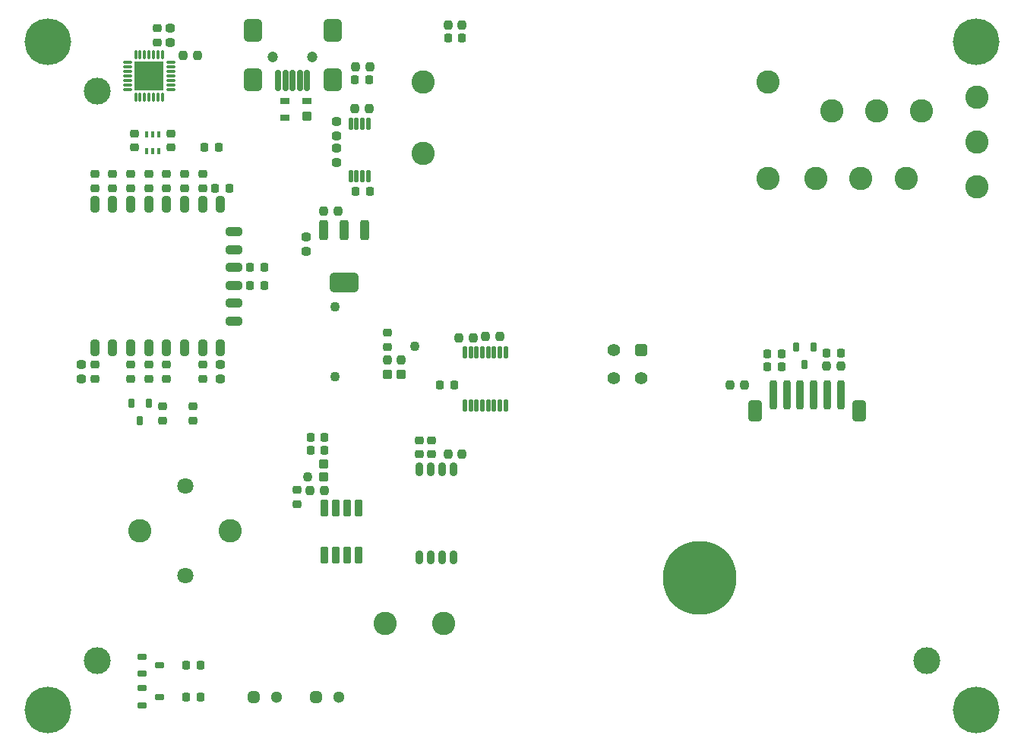
<source format=gts>
G04*
G04 #@! TF.GenerationSoftware,Altium Limited,Altium Designer,20.0.13 (296)*
G04*
G04 Layer_Color=8388736*
%FSAX44Y44*%
%MOMM*%
G71*
G01*
G75*
G04:AMPARAMS|DCode=38|XSize=1.05mm|YSize=0.95mm|CornerRadius=0.2625mm|HoleSize=0mm|Usage=FLASHONLY|Rotation=90.000|XOffset=0mm|YOffset=0mm|HoleType=Round|Shape=RoundedRectangle|*
%AMROUNDEDRECTD38*
21,1,1.0500,0.4250,0,0,90.0*
21,1,0.5250,0.9500,0,0,90.0*
1,1,0.5250,0.2125,0.2625*
1,1,0.5250,0.2125,-0.2625*
1,1,0.5250,-0.2125,-0.2625*
1,1,0.5250,-0.2125,0.2625*
%
%ADD38ROUNDEDRECTD38*%
G04:AMPARAMS|DCode=39|XSize=0.95mm|YSize=0.9mm|CornerRadius=0.25mm|HoleSize=0mm|Usage=FLASHONLY|Rotation=270.000|XOffset=0mm|YOffset=0mm|HoleType=Round|Shape=RoundedRectangle|*
%AMROUNDEDRECTD39*
21,1,0.9500,0.4000,0,0,270.0*
21,1,0.4500,0.9000,0,0,270.0*
1,1,0.5000,-0.2000,-0.2250*
1,1,0.5000,-0.2000,0.2250*
1,1,0.5000,0.2000,0.2250*
1,1,0.5000,0.2000,-0.2250*
%
%ADD39ROUNDEDRECTD39*%
G04:AMPARAMS|DCode=40|XSize=1.04mm|YSize=1.08mm|CornerRadius=0.285mm|HoleSize=0mm|Usage=FLASHONLY|Rotation=90.000|XOffset=0mm|YOffset=0mm|HoleType=Round|Shape=RoundedRectangle|*
%AMROUNDEDRECTD40*
21,1,1.0400,0.5100,0,0,90.0*
21,1,0.4700,1.0800,0,0,90.0*
1,1,0.5700,0.2550,0.2350*
1,1,0.5700,0.2550,-0.2350*
1,1,0.5700,-0.2550,-0.2350*
1,1,0.5700,-0.2550,0.2350*
%
%ADD40ROUNDEDRECTD40*%
G04:AMPARAMS|DCode=41|XSize=1.6mm|YSize=2.4mm|CornerRadius=0.425mm|HoleSize=0mm|Usage=FLASHONLY|Rotation=180.000|XOffset=0mm|YOffset=0mm|HoleType=Round|Shape=RoundedRectangle|*
%AMROUNDEDRECTD41*
21,1,1.6000,1.5500,0,0,180.0*
21,1,0.7500,2.4000,0,0,180.0*
1,1,0.8500,-0.3750,0.7750*
1,1,0.8500,0.3750,0.7750*
1,1,0.8500,0.3750,-0.7750*
1,1,0.8500,-0.3750,-0.7750*
%
%ADD41ROUNDEDRECTD41*%
G04:AMPARAMS|DCode=42|XSize=0.8mm|YSize=3.3mm|CornerRadius=0.225mm|HoleSize=0mm|Usage=FLASHONLY|Rotation=180.000|XOffset=0mm|YOffset=0mm|HoleType=Round|Shape=RoundedRectangle|*
%AMROUNDEDRECTD42*
21,1,0.8000,2.8500,0,0,180.0*
21,1,0.3500,3.3000,0,0,180.0*
1,1,0.4500,-0.1750,1.4250*
1,1,0.4500,0.1750,1.4250*
1,1,0.4500,0.1750,-1.4250*
1,1,0.4500,-0.1750,-1.4250*
%
%ADD42ROUNDEDRECTD42*%
G04:AMPARAMS|DCode=43|XSize=2.1mm|YSize=2.6mm|CornerRadius=0.55mm|HoleSize=0mm|Usage=FLASHONLY|Rotation=180.000|XOffset=0mm|YOffset=0mm|HoleType=Round|Shape=RoundedRectangle|*
%AMROUNDEDRECTD43*
21,1,2.1000,1.5000,0,0,180.0*
21,1,1.0000,2.6000,0,0,180.0*
1,1,1.1000,-0.5000,0.7500*
1,1,1.1000,0.5000,0.7500*
1,1,1.1000,0.5000,-0.7500*
1,1,1.1000,-0.5000,-0.7500*
%
%ADD43ROUNDEDRECTD43*%
G04:AMPARAMS|DCode=44|XSize=0.6mm|YSize=2.4mm|CornerRadius=0.175mm|HoleSize=0mm|Usage=FLASHONLY|Rotation=180.000|XOffset=0mm|YOffset=0mm|HoleType=Round|Shape=RoundedRectangle|*
%AMROUNDEDRECTD44*
21,1,0.6000,2.0500,0,0,180.0*
21,1,0.2500,2.4000,0,0,180.0*
1,1,0.3500,-0.1250,1.0250*
1,1,0.3500,0.1250,1.0250*
1,1,0.3500,0.1250,-1.0250*
1,1,0.3500,-0.1250,-1.0250*
%
%ADD44ROUNDEDRECTD44*%
G04:AMPARAMS|DCode=45|XSize=0.7mm|YSize=1mm|CornerRadius=0.2mm|HoleSize=0mm|Usage=FLASHONLY|Rotation=90.000|XOffset=0mm|YOffset=0mm|HoleType=Round|Shape=RoundedRectangle|*
%AMROUNDEDRECTD45*
21,1,0.7000,0.6000,0,0,90.0*
21,1,0.3000,1.0000,0,0,90.0*
1,1,0.4000,0.3000,0.1500*
1,1,0.4000,0.3000,-0.1500*
1,1,0.4000,-0.3000,-0.1500*
1,1,0.4000,-0.3000,0.1500*
%
%ADD45ROUNDEDRECTD45*%
G04:AMPARAMS|DCode=46|XSize=0.7mm|YSize=1mm|CornerRadius=0.2mm|HoleSize=0mm|Usage=FLASHONLY|Rotation=0.000|XOffset=0mm|YOffset=0mm|HoleType=Round|Shape=RoundedRectangle|*
%AMROUNDEDRECTD46*
21,1,0.7000,0.6000,0,0,0.0*
21,1,0.3000,1.0000,0,0,0.0*
1,1,0.4000,0.1500,-0.3000*
1,1,0.4000,-0.1500,-0.3000*
1,1,0.4000,-0.1500,0.3000*
1,1,0.4000,0.1500,0.3000*
%
%ADD46ROUNDEDRECTD46*%
G04:AMPARAMS|DCode=47|XSize=0.4mm|YSize=0.76mm|CornerRadius=0.125mm|HoleSize=0mm|Usage=FLASHONLY|Rotation=180.000|XOffset=0mm|YOffset=0mm|HoleType=Round|Shape=RoundedRectangle|*
%AMROUNDEDRECTD47*
21,1,0.4000,0.5100,0,0,180.0*
21,1,0.1500,0.7600,0,0,180.0*
1,1,0.2500,-0.0750,0.2550*
1,1,0.2500,0.0750,0.2550*
1,1,0.2500,0.0750,-0.2550*
1,1,0.2500,-0.0750,-0.2550*
%
%ADD47ROUNDEDRECTD47*%
G04:AMPARAMS|DCode=48|XSize=1.1mm|YSize=1.1mm|CornerRadius=0.3mm|HoleSize=0mm|Usage=FLASHONLY|Rotation=270.000|XOffset=0mm|YOffset=0mm|HoleType=Round|Shape=RoundedRectangle|*
%AMROUNDEDRECTD48*
21,1,1.1000,0.5000,0,0,270.0*
21,1,0.5000,1.1000,0,0,270.0*
1,1,0.6000,-0.2500,-0.2500*
1,1,0.6000,-0.2500,0.2500*
1,1,0.6000,0.2500,0.2500*
1,1,0.6000,0.2500,-0.2500*
%
%ADD48ROUNDEDRECTD48*%
G04:AMPARAMS|DCode=49|XSize=0.7mm|YSize=1.1mm|CornerRadius=0.2mm|HoleSize=0mm|Usage=FLASHONLY|Rotation=270.000|XOffset=0mm|YOffset=0mm|HoleType=Round|Shape=RoundedRectangle|*
%AMROUNDEDRECTD49*
21,1,0.7000,0.7000,0,0,270.0*
21,1,0.3000,1.1000,0,0,270.0*
1,1,0.4000,-0.3500,-0.1500*
1,1,0.4000,-0.3500,0.1500*
1,1,0.4000,0.3500,0.1500*
1,1,0.4000,0.3500,-0.1500*
%
%ADD49ROUNDEDRECTD49*%
G04:AMPARAMS|DCode=50|XSize=0.95mm|YSize=0.9mm|CornerRadius=0.25mm|HoleSize=0mm|Usage=FLASHONLY|Rotation=0.000|XOffset=0mm|YOffset=0mm|HoleType=Round|Shape=RoundedRectangle|*
%AMROUNDEDRECTD50*
21,1,0.9500,0.4000,0,0,0.0*
21,1,0.4500,0.9000,0,0,0.0*
1,1,0.5000,0.2250,-0.2000*
1,1,0.5000,-0.2250,-0.2000*
1,1,0.5000,-0.2250,0.2000*
1,1,0.5000,0.2250,0.2000*
%
%ADD50ROUNDEDRECTD50*%
%ADD51C,1.1000*%
%ADD52C,3.0000*%
G04:AMPARAMS|DCode=53|XSize=1.04mm|YSize=1.08mm|CornerRadius=0.285mm|HoleSize=0mm|Usage=FLASHONLY|Rotation=180.000|XOffset=0mm|YOffset=0mm|HoleType=Round|Shape=RoundedRectangle|*
%AMROUNDEDRECTD53*
21,1,1.0400,0.5100,0,0,180.0*
21,1,0.4700,1.0800,0,0,180.0*
1,1,0.5700,-0.2350,0.2550*
1,1,0.5700,0.2350,0.2550*
1,1,0.5700,0.2350,-0.2550*
1,1,0.5700,-0.2350,-0.2550*
%
%ADD53ROUNDEDRECTD53*%
%ADD54R,3.2300X3.2300*%
G04:AMPARAMS|DCode=55|XSize=0.35mm|YSize=1mm|CornerRadius=0.1125mm|HoleSize=0mm|Usage=FLASHONLY|Rotation=180.000|XOffset=0mm|YOffset=0mm|HoleType=Round|Shape=RoundedRectangle|*
%AMROUNDEDRECTD55*
21,1,0.3500,0.7750,0,0,180.0*
21,1,0.1250,1.0000,0,0,180.0*
1,1,0.2250,-0.0625,0.3875*
1,1,0.2250,0.0625,0.3875*
1,1,0.2250,0.0625,-0.3875*
1,1,0.2250,-0.0625,-0.3875*
%
%ADD55ROUNDEDRECTD55*%
G04:AMPARAMS|DCode=56|XSize=0.35mm|YSize=1mm|CornerRadius=0.1125mm|HoleSize=0mm|Usage=FLASHONLY|Rotation=270.000|XOffset=0mm|YOffset=0mm|HoleType=Round|Shape=RoundedRectangle|*
%AMROUNDEDRECTD56*
21,1,0.3500,0.7750,0,0,270.0*
21,1,0.1250,1.0000,0,0,270.0*
1,1,0.2250,-0.3875,-0.0625*
1,1,0.2250,-0.3875,0.0625*
1,1,0.2250,0.3875,0.0625*
1,1,0.2250,0.3875,-0.0625*
%
%ADD56ROUNDEDRECTD56*%
G04:AMPARAMS|DCode=57|XSize=1.8mm|YSize=1mm|CornerRadius=0.275mm|HoleSize=0mm|Usage=FLASHONLY|Rotation=90.000|XOffset=0mm|YOffset=0mm|HoleType=Round|Shape=RoundedRectangle|*
%AMROUNDEDRECTD57*
21,1,1.8000,0.4500,0,0,90.0*
21,1,1.2500,1.0000,0,0,90.0*
1,1,0.5500,0.2250,0.6250*
1,1,0.5500,0.2250,-0.6250*
1,1,0.5500,-0.2250,-0.6250*
1,1,0.5500,-0.2250,0.6250*
%
%ADD57ROUNDEDRECTD57*%
G04:AMPARAMS|DCode=58|XSize=1.8mm|YSize=1mm|CornerRadius=0.275mm|HoleSize=0mm|Usage=FLASHONLY|Rotation=180.000|XOffset=0mm|YOffset=0mm|HoleType=Round|Shape=RoundedRectangle|*
%AMROUNDEDRECTD58*
21,1,1.8000,0.4500,0,0,180.0*
21,1,1.2500,1.0000,0,0,180.0*
1,1,0.5500,-0.6250,0.2250*
1,1,0.5500,0.6250,0.2250*
1,1,0.5500,0.6250,-0.2250*
1,1,0.5500,-0.6250,-0.2250*
%
%ADD58ROUNDEDRECTD58*%
G04:AMPARAMS|DCode=59|XSize=1.9mm|YSize=0.9mm|CornerRadius=0.25mm|HoleSize=0mm|Usage=FLASHONLY|Rotation=270.000|XOffset=0mm|YOffset=0mm|HoleType=Round|Shape=RoundedRectangle|*
%AMROUNDEDRECTD59*
21,1,1.9000,0.4000,0,0,270.0*
21,1,1.4000,0.9000,0,0,270.0*
1,1,0.5000,-0.2000,-0.7000*
1,1,0.5000,-0.2000,0.7000*
1,1,0.5000,0.2000,0.7000*
1,1,0.5000,0.2000,-0.7000*
%
%ADD59ROUNDEDRECTD59*%
G04:AMPARAMS|DCode=60|XSize=1.45mm|YSize=0.8mm|CornerRadius=0.225mm|HoleSize=0mm|Usage=FLASHONLY|Rotation=270.000|XOffset=0mm|YOffset=0mm|HoleType=Round|Shape=RoundedRectangle|*
%AMROUNDEDRECTD60*
21,1,1.4500,0.3500,0,0,270.0*
21,1,1.0000,0.8000,0,0,270.0*
1,1,0.4500,-0.1750,-0.5000*
1,1,0.4500,-0.1750,0.5000*
1,1,0.4500,0.1750,0.5000*
1,1,0.4500,0.1750,-0.5000*
%
%ADD60ROUNDEDRECTD60*%
G04:AMPARAMS|DCode=61|XSize=3.3mm|YSize=2.25mm|CornerRadius=0.5875mm|HoleSize=0mm|Usage=FLASHONLY|Rotation=0.000|XOffset=0mm|YOffset=0mm|HoleType=Round|Shape=RoundedRectangle|*
%AMROUNDEDRECTD61*
21,1,3.3000,1.0750,0,0,0.0*
21,1,2.1250,2.2500,0,0,0.0*
1,1,1.1750,1.0625,-0.5375*
1,1,1.1750,-1.0625,-0.5375*
1,1,1.1750,-1.0625,0.5375*
1,1,1.1750,1.0625,0.5375*
%
%ADD61ROUNDEDRECTD61*%
G04:AMPARAMS|DCode=62|XSize=1mm|YSize=2.25mm|CornerRadius=0.275mm|HoleSize=0mm|Usage=FLASHONLY|Rotation=0.000|XOffset=0mm|YOffset=0mm|HoleType=Round|Shape=RoundedRectangle|*
%AMROUNDEDRECTD62*
21,1,1.0000,1.7000,0,0,0.0*
21,1,0.4500,2.2500,0,0,0.0*
1,1,0.5500,0.2250,-0.8500*
1,1,0.5500,-0.2250,-0.8500*
1,1,0.5500,-0.2250,0.8500*
1,1,0.5500,0.2250,0.8500*
%
%ADD62ROUNDEDRECTD62*%
%ADD63O,0.5000X1.4500*%
G04:AMPARAMS|DCode=64|XSize=1.05mm|YSize=0.95mm|CornerRadius=0.2625mm|HoleSize=0mm|Usage=FLASHONLY|Rotation=0.000|XOffset=0mm|YOffset=0mm|HoleType=Round|Shape=RoundedRectangle|*
%AMROUNDEDRECTD64*
21,1,1.0500,0.4250,0,0,0.0*
21,1,0.5250,0.9500,0,0,0.0*
1,1,0.5250,0.2625,-0.2125*
1,1,0.5250,-0.2625,-0.2125*
1,1,0.5250,-0.2625,0.2125*
1,1,0.5250,0.2625,0.2125*
%
%ADD64ROUNDEDRECTD64*%
%ADD65C,2.6000*%
%ADD66C,1.2000*%
%ADD67C,1.3000*%
G04:AMPARAMS|DCode=68|XSize=1.3mm|YSize=1.3mm|CornerRadius=0.35mm|HoleSize=0mm|Usage=FLASHONLY|Rotation=0.000|XOffset=0mm|YOffset=0mm|HoleType=Round|Shape=RoundedRectangle|*
%AMROUNDEDRECTD68*
21,1,1.3000,0.6000,0,0,0.0*
21,1,0.6000,1.3000,0,0,0.0*
1,1,0.7000,0.3000,-0.3000*
1,1,0.7000,-0.3000,-0.3000*
1,1,0.7000,-0.3000,0.3000*
1,1,0.7000,0.3000,0.3000*
%
%ADD68ROUNDEDRECTD68*%
%ADD69C,1.8000*%
%ADD70C,5.2000*%
G04:AMPARAMS|DCode=71|XSize=1.4mm|YSize=1.4mm|CornerRadius=0.375mm|HoleSize=0mm|Usage=FLASHONLY|Rotation=90.000|XOffset=0mm|YOffset=0mm|HoleType=Round|Shape=RoundedRectangle|*
%AMROUNDEDRECTD71*
21,1,1.4000,0.6500,0,0,90.0*
21,1,0.6500,1.4000,0,0,90.0*
1,1,0.7500,0.3250,0.3250*
1,1,0.7500,0.3250,-0.3250*
1,1,0.7500,-0.3250,-0.3250*
1,1,0.7500,-0.3250,0.3250*
%
%ADD71ROUNDEDRECTD71*%
%ADD72C,1.4000*%
%ADD73C,8.2000*%
%ADD74C,0.7000*%
D38*
X00378000Y00752000D02*
D03*
X00394000D02*
D03*
X00481000Y00798750D02*
D03*
X00497000D02*
D03*
X00429250Y00424750D02*
D03*
X00413250D02*
D03*
X00903250Y00418000D02*
D03*
X00919250D02*
D03*
X00327200Y00279250D02*
D03*
X00343200D02*
D03*
X00497000Y00320250D02*
D03*
X00481000D02*
D03*
X00393500Y00705750D02*
D03*
X00377500D02*
D03*
X00358500Y00591000D02*
D03*
X00342500D02*
D03*
X00493000Y00450000D02*
D03*
X00509000D02*
D03*
X00539000Y00451250D02*
D03*
X00523000D02*
D03*
X00201750Y00764890D02*
D03*
X00185750D02*
D03*
X00795750Y00396750D02*
D03*
X00811750D02*
D03*
D39*
X00393500Y00737500D02*
D03*
X00377500D02*
D03*
X00472250Y00397500D02*
D03*
X00488250D02*
D03*
X00260500Y00528240D02*
D03*
X00276500D02*
D03*
X00260500Y00508240D02*
D03*
X00276500D02*
D03*
X00205000Y00084500D02*
D03*
X00189000D02*
D03*
X00205000Y00049500D02*
D03*
X00189000D02*
D03*
X00225250Y00661750D02*
D03*
X00209250D02*
D03*
X00836750Y00431500D02*
D03*
X00852750D02*
D03*
X00836750Y00417500D02*
D03*
X00852750D02*
D03*
X00919250Y00433000D02*
D03*
X00903250D02*
D03*
X00343750Y00324250D02*
D03*
X00327750D02*
D03*
X00343750Y00338750D02*
D03*
X00327750D02*
D03*
X00497000Y00783750D02*
D03*
X00481000D02*
D03*
X00394000Y00613250D02*
D03*
X00378000D02*
D03*
X00221500Y00616740D02*
D03*
X00237500D02*
D03*
D40*
X00413850Y00409250D02*
D03*
X00428650D02*
D03*
D41*
X00823250Y00368000D02*
D03*
X00939250D02*
D03*
D42*
X00843750Y00386500D02*
D03*
X00903750D02*
D03*
X00888750D02*
D03*
X00858750D02*
D03*
X00873750D02*
D03*
X00918750D02*
D03*
D43*
X00263500Y00737500D02*
D03*
Y00792500D02*
D03*
X00352500Y00737500D02*
D03*
Y00792500D02*
D03*
D44*
X00292000Y00736500D02*
D03*
X00300000D02*
D03*
X00308000D02*
D03*
X00324000D02*
D03*
X00316000D02*
D03*
D45*
X00140000Y00094000D02*
D03*
Y00075000D02*
D03*
X00160000Y00084500D02*
D03*
X00140000Y00059000D02*
D03*
Y00040000D02*
D03*
X00160000Y00049500D02*
D03*
D46*
X00147500Y00377000D02*
D03*
X00128500D02*
D03*
X00138000Y00357000D02*
D03*
X00888250Y00439750D02*
D03*
X00869250D02*
D03*
X00878750Y00419750D02*
D03*
D47*
X00145500Y00657790D02*
D03*
X00152000D02*
D03*
X00158500D02*
D03*
Y00676190D02*
D03*
X00152000D02*
D03*
X00145500D02*
D03*
D48*
X00323500Y00697000D02*
D03*
D49*
Y00714000D02*
D03*
X00299500D02*
D03*
Y00695000D02*
D03*
D50*
X00313250Y00264250D02*
D03*
Y00280250D02*
D03*
X00172500Y00661740D02*
D03*
Y00677740D02*
D03*
X00147500Y00420240D02*
D03*
Y00404240D02*
D03*
X00131500Y00677740D02*
D03*
Y00661740D02*
D03*
X00197000Y00373750D02*
D03*
Y00357750D02*
D03*
X00162750Y00373750D02*
D03*
Y00357750D02*
D03*
X00156750Y00778890D02*
D03*
Y00794890D02*
D03*
X00087500Y00632240D02*
D03*
Y00616240D02*
D03*
X00107500Y00632240D02*
D03*
Y00616240D02*
D03*
X00207500Y00632240D02*
D03*
Y00616240D02*
D03*
X00167500Y00404240D02*
D03*
Y00420240D02*
D03*
X00147500Y00616240D02*
D03*
Y00632240D02*
D03*
X00127500Y00616240D02*
D03*
Y00632240D02*
D03*
X00207500Y00404240D02*
D03*
Y00420240D02*
D03*
X00463000Y00335750D02*
D03*
Y00319750D02*
D03*
X00449000Y00335750D02*
D03*
Y00319750D02*
D03*
X00087500Y00420240D02*
D03*
Y00404240D02*
D03*
X00127500Y00420240D02*
D03*
Y00404240D02*
D03*
X00187500Y00616240D02*
D03*
Y00632240D02*
D03*
X00413250Y00455250D02*
D03*
Y00439250D02*
D03*
X00167500Y00616240D02*
D03*
Y00632240D02*
D03*
D51*
X00355000Y00406500D02*
D03*
X00444500Y00440750D02*
D03*
X00325000Y00294750D02*
D03*
X00355250Y00484000D02*
D03*
D52*
X00090000Y00090000D02*
D03*
X01015000D02*
D03*
X00090000Y00725000D02*
D03*
D53*
X00342750Y00309150D02*
D03*
Y00294350D02*
D03*
D54*
X00148000Y00741640D02*
D03*
D55*
X00163000Y00717640D02*
D03*
X00158000D02*
D03*
X00153000D02*
D03*
X00148000D02*
D03*
X00143000D02*
D03*
X00138000D02*
D03*
X00133000D02*
D03*
Y00765640D02*
D03*
X00138000D02*
D03*
X00143000D02*
D03*
X00148000D02*
D03*
X00153000D02*
D03*
X00158000D02*
D03*
X00163000D02*
D03*
D56*
X00124000Y00726640D02*
D03*
Y00731640D02*
D03*
Y00736640D02*
D03*
Y00741640D02*
D03*
Y00746640D02*
D03*
Y00751640D02*
D03*
Y00756640D02*
D03*
X00172000D02*
D03*
Y00751640D02*
D03*
Y00746640D02*
D03*
Y00741640D02*
D03*
Y00736640D02*
D03*
Y00731640D02*
D03*
Y00726640D02*
D03*
D57*
X00087500Y00598240D02*
D03*
X00147500D02*
D03*
X00107500D02*
D03*
X00127500D02*
D03*
X00187500D02*
D03*
X00207500D02*
D03*
X00227500D02*
D03*
X00147500Y00438240D02*
D03*
X00127500D02*
D03*
X00107500D02*
D03*
X00207500D02*
D03*
X00187500D02*
D03*
X00167500D02*
D03*
Y00598240D02*
D03*
X00087500Y00438240D02*
D03*
X00227500D02*
D03*
D58*
X00242500Y00568240D02*
D03*
Y00508240D02*
D03*
Y00488240D02*
D03*
Y00548240D02*
D03*
Y00528240D02*
D03*
Y00468240D02*
D03*
D59*
X00355900Y00260150D02*
D03*
X00381300Y00207350D02*
D03*
Y00260150D02*
D03*
X00343200D02*
D03*
X00368600Y00207350D02*
D03*
X00355900D02*
D03*
X00343200D02*
D03*
X00368600Y00260150D02*
D03*
D60*
X00475000Y00303460D02*
D03*
X00487700D02*
D03*
X00449600D02*
D03*
X00462300D02*
D03*
X00449600Y00205160D02*
D03*
X00462300D02*
D03*
X00475000D02*
D03*
X00487700D02*
D03*
D61*
X00365500Y00511750D02*
D03*
D62*
X00342500Y00570250D02*
D03*
X00365500D02*
D03*
X00388500D02*
D03*
D63*
X00392250Y00688750D02*
D03*
X00385750D02*
D03*
X00379250D02*
D03*
X00372750D02*
D03*
X00392250Y00629750D02*
D03*
X00385750D02*
D03*
X00379250D02*
D03*
X00372750D02*
D03*
X00500000Y00374250D02*
D03*
X00506500D02*
D03*
X00513000D02*
D03*
X00519500D02*
D03*
X00526000D02*
D03*
X00532500D02*
D03*
X00539000D02*
D03*
X00545500D02*
D03*
X00500000Y00433250D02*
D03*
X00506500D02*
D03*
X00513000D02*
D03*
X00519500D02*
D03*
X00526000D02*
D03*
X00532500D02*
D03*
X00539000D02*
D03*
X00545500D02*
D03*
D64*
X00171250Y00795390D02*
D03*
Y00779390D02*
D03*
X00357000Y00675250D02*
D03*
Y00691250D02*
D03*
X00323000Y00562000D02*
D03*
Y00546000D02*
D03*
X00072500Y00404240D02*
D03*
Y00420240D02*
D03*
X00357000Y00645250D02*
D03*
Y00661250D02*
D03*
X00227500Y00403740D02*
D03*
Y00419740D02*
D03*
D65*
X00476000Y00131000D02*
D03*
X00411000D02*
D03*
X01071000Y00618000D02*
D03*
Y00668000D02*
D03*
Y00718000D02*
D03*
X00991500Y00627500D02*
D03*
X01008500Y00702500D02*
D03*
X00941500Y00627500D02*
D03*
X00958500Y00702500D02*
D03*
X00908500D02*
D03*
X00891500Y00627500D02*
D03*
X00138000Y00234750D02*
D03*
X00238000D02*
D03*
X00453000Y00655000D02*
D03*
Y00735000D02*
D03*
X00838000D02*
D03*
Y00627500D02*
D03*
D66*
X00286000Y00762500D02*
D03*
X00330000D02*
D03*
D67*
X00359700Y00049500D02*
D03*
X00289700Y00049500D02*
D03*
D68*
X00334300Y00049500D02*
D03*
X00264300Y00049500D02*
D03*
D69*
X00188000Y00284750D02*
D03*
Y00184750D02*
D03*
D70*
X00035000Y00780000D02*
D03*
Y00035000D02*
D03*
X01070000Y00780000D02*
D03*
Y00035000D02*
D03*
D71*
X00696750Y00436000D02*
D03*
D72*
Y00405000D02*
D03*
X00665750D02*
D03*
Y00436000D02*
D03*
D73*
X00761250Y00181750D02*
D03*
D74*
X00137000Y00752640D02*
D03*
X00148000D02*
D03*
X00159000D02*
D03*
X00137000Y00741640D02*
D03*
X00148000D02*
D03*
X00159000D02*
D03*
X00137000Y00730640D02*
D03*
X00148000D02*
D03*
X00159000D02*
D03*
M02*

</source>
